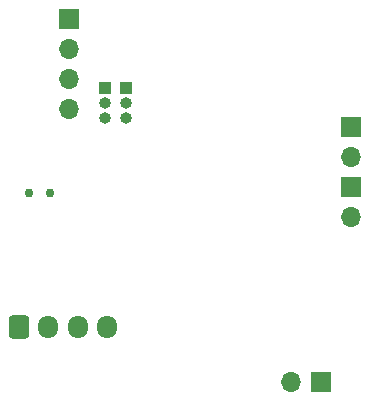
<source format=gbr>
%TF.GenerationSoftware,KiCad,Pcbnew,8.0.6*%
%TF.CreationDate,2024-12-16T13:19:03+09:00*%
%TF.ProjectId,BDCM_Driver_v1,4244434d-5f44-4726-9976-65725f76312e,rev?*%
%TF.SameCoordinates,PXaac6430PY8670810*%
%TF.FileFunction,Soldermask,Bot*%
%TF.FilePolarity,Negative*%
%FSLAX46Y46*%
G04 Gerber Fmt 4.6, Leading zero omitted, Abs format (unit mm)*
G04 Created by KiCad (PCBNEW 8.0.6) date 2024-12-16 13:19:03*
%MOMM*%
%LPD*%
G01*
G04 APERTURE LIST*
G04 Aperture macros list*
%AMRoundRect*
0 Rectangle with rounded corners*
0 $1 Rounding radius*
0 $2 $3 $4 $5 $6 $7 $8 $9 X,Y pos of 4 corners*
0 Add a 4 corners polygon primitive as box body*
4,1,4,$2,$3,$4,$5,$6,$7,$8,$9,$2,$3,0*
0 Add four circle primitives for the rounded corners*
1,1,$1+$1,$2,$3*
1,1,$1+$1,$4,$5*
1,1,$1+$1,$6,$7*
1,1,$1+$1,$8,$9*
0 Add four rect primitives between the rounded corners*
20,1,$1+$1,$2,$3,$4,$5,0*
20,1,$1+$1,$4,$5,$6,$7,0*
20,1,$1+$1,$6,$7,$8,$9,0*
20,1,$1+$1,$8,$9,$2,$3,0*%
G04 Aperture macros list end*
%ADD10R,1.000000X1.000000*%
%ADD11O,1.000000X1.000000*%
%ADD12R,1.700000X1.700000*%
%ADD13O,1.700000X1.700000*%
%ADD14C,0.750000*%
%ADD15RoundRect,0.250000X-0.600000X-0.725000X0.600000X-0.725000X0.600000X0.725000X-0.600000X0.725000X0*%
%ADD16O,1.700000X1.950000*%
G04 APERTURE END LIST*
D10*
%TO.C,J2*%
X-20320000Y25913000D03*
D11*
X-20320000Y24643000D03*
X-20320000Y23373000D03*
%TD*%
D12*
%TO.C,J4*%
X-3810000Y1016000D03*
D13*
X-6350000Y1016000D03*
%TD*%
D12*
%TO.C,J1*%
X-1270000Y17526000D03*
D13*
X-1270000Y14986000D03*
%TD*%
D12*
%TO.C,J7*%
X-1270000Y22606000D03*
D13*
X-1270000Y20066000D03*
%TD*%
D14*
%TO.C,SW1*%
X-26786000Y17018000D03*
X-28586000Y17018000D03*
%TD*%
D15*
%TO.C,J5*%
X-29404000Y5736000D03*
D16*
X-26904000Y5736000D03*
X-24404000Y5736000D03*
X-21904000Y5736000D03*
%TD*%
D10*
%TO.C,J6*%
X-22098000Y25913000D03*
D11*
X-22098000Y24643000D03*
X-22098000Y23373000D03*
%TD*%
D12*
%TO.C,J3*%
X-25146000Y31750000D03*
D13*
X-25146000Y29210000D03*
X-25146000Y26670000D03*
X-25146000Y24130000D03*
%TD*%
M02*

</source>
